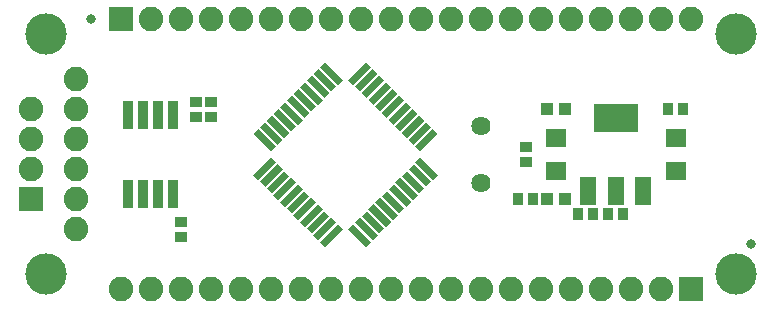
<source format=gbr>
G04 EAGLE Gerber RS-274X export*
G75*
%MOMM*%
%FSLAX34Y34*%
%LPD*%
%INSoldermask Top*%
%IPPOS*%
%AMOC8*
5,1,8,0,0,1.08239X$1,22.5*%
G01*
%ADD10R,0.603200X2.103200*%
%ADD11C,1.625600*%
%ADD12R,2.082800X2.082800*%
%ADD13C,2.082800*%
%ADD14R,1.103200X0.903200*%
%ADD15R,1.803200X1.603200*%
%ADD16R,0.903200X1.103200*%
%ADD17R,1.003200X1.003200*%
%ADD18C,3.505200*%
%ADD19R,0.812800X2.413000*%
%ADD20R,1.422400X2.438400*%
%ADD21R,3.803200X2.403200*%
%ADD22C,0.838200*%


D10*
G36*
X215937Y124547D02*
X220202Y120282D01*
X205331Y105411D01*
X201066Y109676D01*
X215937Y124547D01*
G37*
G36*
X221594Y118890D02*
X225859Y114625D01*
X210988Y99754D01*
X206723Y104019D01*
X221594Y118890D01*
G37*
G36*
X227251Y113233D02*
X231516Y108968D01*
X216645Y94097D01*
X212380Y98362D01*
X227251Y113233D01*
G37*
G36*
X232907Y107577D02*
X237172Y103312D01*
X222301Y88441D01*
X218036Y92706D01*
X232907Y107577D01*
G37*
G36*
X238564Y101920D02*
X242829Y97655D01*
X227958Y82784D01*
X223693Y87049D01*
X238564Y101920D01*
G37*
G36*
X244221Y96263D02*
X248486Y91998D01*
X233615Y77127D01*
X229350Y81392D01*
X244221Y96263D01*
G37*
G36*
X249878Y90606D02*
X254143Y86341D01*
X239272Y71470D01*
X235007Y75735D01*
X249878Y90606D01*
G37*
G36*
X255535Y84949D02*
X259800Y80684D01*
X244929Y65813D01*
X240664Y70078D01*
X255535Y84949D01*
G37*
G36*
X261192Y79292D02*
X265457Y75027D01*
X250586Y60156D01*
X246321Y64421D01*
X261192Y79292D01*
G37*
G36*
X266849Y73635D02*
X271114Y69370D01*
X256243Y54499D01*
X251978Y58764D01*
X266849Y73635D01*
G37*
G36*
X272505Y67979D02*
X276770Y63714D01*
X261899Y48843D01*
X257634Y53108D01*
X272505Y67979D01*
G37*
G36*
X300812Y53108D02*
X296547Y48843D01*
X281676Y63714D01*
X285941Y67979D01*
X300812Y53108D01*
G37*
G36*
X306469Y58764D02*
X302204Y54499D01*
X287333Y69370D01*
X291598Y73635D01*
X306469Y58764D01*
G37*
G36*
X312126Y64421D02*
X307861Y60156D01*
X292990Y75027D01*
X297255Y79292D01*
X312126Y64421D01*
G37*
G36*
X317783Y70078D02*
X313518Y65813D01*
X298647Y80684D01*
X302912Y84949D01*
X317783Y70078D01*
G37*
G36*
X323439Y75735D02*
X319174Y71470D01*
X304303Y86341D01*
X308568Y90606D01*
X323439Y75735D01*
G37*
G36*
X329096Y81392D02*
X324831Y77127D01*
X309960Y91998D01*
X314225Y96263D01*
X329096Y81392D01*
G37*
G36*
X334753Y87049D02*
X330488Y82784D01*
X315617Y97655D01*
X319882Y101920D01*
X334753Y87049D01*
G37*
G36*
X340410Y92706D02*
X336145Y88441D01*
X321274Y103312D01*
X325539Y107577D01*
X340410Y92706D01*
G37*
G36*
X346067Y98362D02*
X341802Y94097D01*
X326931Y108968D01*
X331196Y113233D01*
X346067Y98362D01*
G37*
G36*
X351724Y104019D02*
X347459Y99754D01*
X332588Y114625D01*
X336853Y118890D01*
X351724Y104019D01*
G37*
G36*
X357381Y109676D02*
X353116Y105411D01*
X338245Y120282D01*
X342510Y124547D01*
X357381Y109676D01*
G37*
G36*
X353116Y148589D02*
X357381Y144324D01*
X342510Y129453D01*
X338245Y133718D01*
X353116Y148589D01*
G37*
G36*
X347459Y154246D02*
X351724Y149981D01*
X336853Y135110D01*
X332588Y139375D01*
X347459Y154246D01*
G37*
G36*
X341802Y159903D02*
X346067Y155638D01*
X331196Y140767D01*
X326931Y145032D01*
X341802Y159903D01*
G37*
G36*
X336145Y165559D02*
X340410Y161294D01*
X325539Y146423D01*
X321274Y150688D01*
X336145Y165559D01*
G37*
G36*
X330488Y171216D02*
X334753Y166951D01*
X319882Y152080D01*
X315617Y156345D01*
X330488Y171216D01*
G37*
G36*
X324831Y176873D02*
X329096Y172608D01*
X314225Y157737D01*
X309960Y162002D01*
X324831Y176873D01*
G37*
G36*
X319174Y182530D02*
X323439Y178265D01*
X308568Y163394D01*
X304303Y167659D01*
X319174Y182530D01*
G37*
G36*
X313518Y188187D02*
X317783Y183922D01*
X302912Y169051D01*
X298647Y173316D01*
X313518Y188187D01*
G37*
G36*
X307861Y193844D02*
X312126Y189579D01*
X297255Y174708D01*
X292990Y178973D01*
X307861Y193844D01*
G37*
G36*
X302204Y199501D02*
X306469Y195236D01*
X291598Y180365D01*
X287333Y184630D01*
X302204Y199501D01*
G37*
G36*
X296547Y205157D02*
X300812Y200892D01*
X285941Y186021D01*
X281676Y190286D01*
X296547Y205157D01*
G37*
G36*
X257634Y200892D02*
X261899Y205157D01*
X276770Y190286D01*
X272505Y186021D01*
X257634Y200892D01*
G37*
G36*
X251978Y195236D02*
X256243Y199501D01*
X271114Y184630D01*
X266849Y180365D01*
X251978Y195236D01*
G37*
G36*
X246321Y189579D02*
X250586Y193844D01*
X265457Y178973D01*
X261192Y174708D01*
X246321Y189579D01*
G37*
G36*
X240664Y183922D02*
X244929Y188187D01*
X259800Y173316D01*
X255535Y169051D01*
X240664Y183922D01*
G37*
G36*
X235007Y178265D02*
X239272Y182530D01*
X254143Y167659D01*
X249878Y163394D01*
X235007Y178265D01*
G37*
G36*
X229350Y172608D02*
X233615Y176873D01*
X248486Y162002D01*
X244221Y157737D01*
X229350Y172608D01*
G37*
G36*
X223693Y166951D02*
X227958Y171216D01*
X242829Y156345D01*
X238564Y152080D01*
X223693Y166951D01*
G37*
G36*
X218036Y161294D02*
X222301Y165559D01*
X237172Y150688D01*
X232907Y146423D01*
X218036Y161294D01*
G37*
G36*
X212380Y155638D02*
X216645Y159903D01*
X231516Y145032D01*
X227251Y140767D01*
X212380Y155638D01*
G37*
G36*
X206723Y149981D02*
X210988Y154246D01*
X225859Y139375D01*
X221594Y135110D01*
X206723Y149981D01*
G37*
G36*
X201066Y144324D02*
X205331Y148589D01*
X220202Y133718D01*
X215937Y129453D01*
X201066Y144324D01*
G37*
D11*
X393700Y102870D03*
X393700Y151130D03*
D12*
X12700Y88900D03*
D13*
X12700Y114300D03*
X12700Y139700D03*
X12700Y165100D03*
D14*
X431800Y133500D03*
X431800Y120500D03*
D15*
X457200Y113000D03*
X457200Y141000D03*
X558800Y141000D03*
X558800Y113000D03*
D16*
X552300Y165100D03*
X565300Y165100D03*
D17*
X449700Y165100D03*
X464700Y165100D03*
D12*
X571500Y12700D03*
D13*
X546100Y12700D03*
X520700Y12700D03*
X495300Y12700D03*
X469900Y12700D03*
X444500Y12700D03*
X419100Y12700D03*
X393700Y12700D03*
X368300Y12700D03*
X342900Y12700D03*
X317500Y12700D03*
X292100Y12700D03*
X266700Y12700D03*
X241300Y12700D03*
X215900Y12700D03*
X190500Y12700D03*
X165100Y12700D03*
X139700Y12700D03*
X114300Y12700D03*
X88900Y12700D03*
D12*
X88900Y241300D03*
D13*
X114300Y241300D03*
X139700Y241300D03*
X165100Y241300D03*
X190500Y241300D03*
X215900Y241300D03*
X241300Y241300D03*
X266700Y241300D03*
X292100Y241300D03*
X317500Y241300D03*
X342900Y241300D03*
X368300Y241300D03*
X393700Y241300D03*
X419100Y241300D03*
X444500Y241300D03*
X469900Y241300D03*
X495300Y241300D03*
X520700Y241300D03*
X546100Y241300D03*
X571500Y241300D03*
D16*
X438300Y88900D03*
X425300Y88900D03*
D17*
X464700Y88900D03*
X449700Y88900D03*
D13*
X50800Y190500D03*
X50800Y165100D03*
X50800Y139700D03*
X50800Y114300D03*
X50800Y88900D03*
X50800Y63500D03*
D14*
X139700Y57000D03*
X139700Y70000D03*
D18*
X609600Y228600D03*
X609600Y25400D03*
X25400Y25400D03*
X25400Y228600D03*
D19*
X95250Y93218D03*
X107950Y93218D03*
X120650Y93218D03*
X133350Y93218D03*
X133350Y160528D03*
X120650Y160528D03*
X107950Y160528D03*
X95250Y160528D03*
D14*
X152400Y158600D03*
X152400Y171600D03*
D20*
X484886Y96012D03*
X508000Y96012D03*
X531114Y96012D03*
D21*
X508000Y157990D03*
D16*
X501500Y76200D03*
X514500Y76200D03*
X476100Y76200D03*
X489100Y76200D03*
D14*
X165100Y158600D03*
X165100Y171600D03*
D22*
X63500Y241300D03*
X622300Y50800D03*
M02*

</source>
